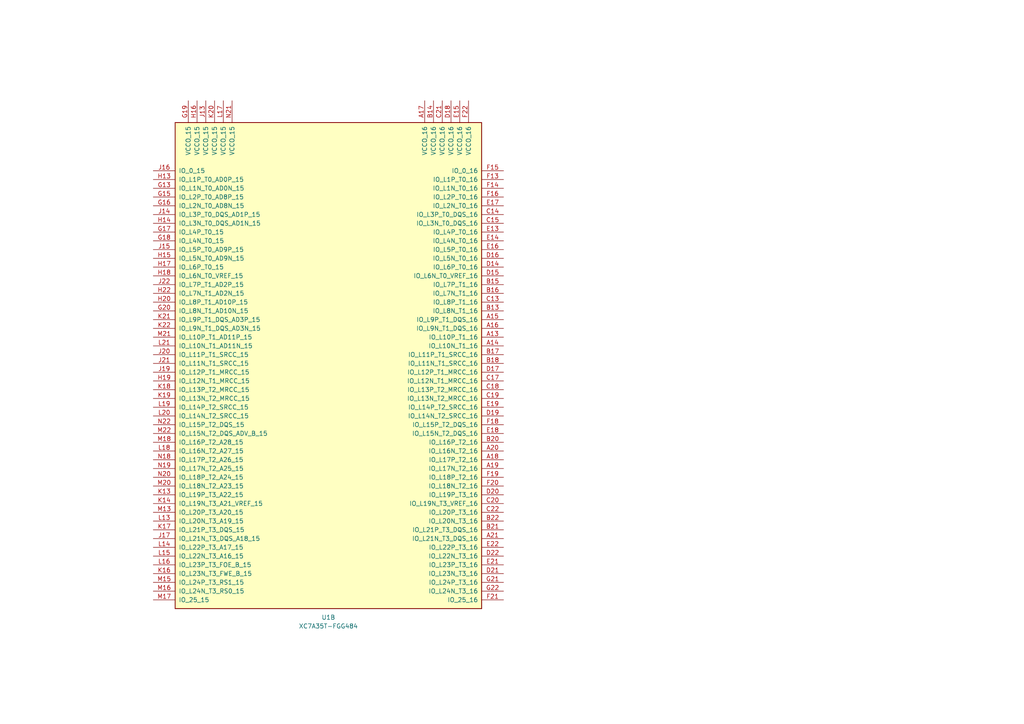
<source format=kicad_sch>
(kicad_sch (version 20250114) (generator "eeschema") (generator_version "9.0")
  (paper "A4")
  (lib_symbols
    (symbol "FPGA_Xilinx_Artix7:XC7A35T-FGG484" (pin_names (offset 1.016))
      (property "Reference" "U" (at 0 1.27 0))
      (property "Value" "XC7A35T-FGG484" (at 0 -1.27 0))
      (symbol "XC7A35T-FGG484_1_1"
        (rectangle (start -44.45 67.31) (end 44.45 -73.66) (stroke (width 0.254)) (fill (type background)))
        (pin power_in line (at -40.64 73.66 270) (length 6.35) (name "VCCO_13") (number "AA17"))
        (pin power_in line (at -38.1 73.66 270) (length 6.35) (name "VCCO_13") (number "AB14"))
        (pin power_in line (at -35.56 73.66 270) (length 6.35) (name "VCCO_13") (number "V16"))
        (pin power_in line (at -33.02 73.66 270) (length 6.35) (name "VCCO_13") (number "W13"))
        (pin power_in line (at -30.48 73.66 270) (length 6.35) (name "VCCO_13") (number "Y10"))
        (pin power_in line (at 27.94 73.66 270) (length 6.35) (name "VCCO_14") (number "M14"))
        (pin power_in line (at 30.48 73.66 270) (length 6.35) (name "VCCO_14") (number "P18"))
        (pin power_in line (at 33.02 73.66 270) (length 6.35) (name "VCCO_14") (number "R15"))
        (pin power_in line (at 35.56 73.66 270) (length 6.35) (name "VCCO_14") (number "T22"))
        (pin power_in line (at 38.1 73.66 270) (length 6.35) (name "VCCO_14") (number "U19"))
        (pin power_in line (at 40.64 73.66 270) (length 6.35) (name "VCCO_14") (number "Y20"))
        (pin bidirectional line (at 50.8 53.34 180) (length 6.35) (name "IO_0_14") (number "P20"))
        (pin bidirectional line (at 50.8 50.8 180) (length 6.35) (name "IO_L1P_T0_D00_MOSI_14") (number "P22"))
        (pin bidirectional line (at 50.8 48.26 180) (length 6.35) (name "IO_L1N_T0_D01_DIN_14") (number "R22"))
        (pin bidirectional line (at 50.8 45.72 180) (length 6.35) (name "IO_L2P_T0_D02_14") (number "P21"))
        (pin bidirectional line (at 50.8 43.18 180) (length 6.35) (name "IO_L2N_T0_D03_14") (number "R21"))
        (pin bidirectional line (at 50.8 40.64 180) (length 6.35) (name "IO_L3P_T0_DQS_PUDC_B_14") (number "U22"))
        (pin bidirectional line (at 50.8 38.1 180) (length 6.35) (name "IO_L3N_T0_DQS_EMCCLK_14") (number "V22"))
        (pin bidirectional line (at 50.8 35.56 180) (length 6.35) (name "IO_L4P_T0_D04_14") (number "T21"))
        (pin bidirectional line (at 50.8 33.02 180) (length 6.35) (name "IO_L4N_T0_D05_14") (number "U21"))
        (pin bidirectional line (at 50.8 30.48 180) (length 6.35) (name "IO_L5P_T0_D06_14") (number "P19"))
        (pin bidirectional line (at 50.8 27.94 180) (length 6.35) (name "IO_L5N_T0_D07_14") (number "R19"))
        (pin bidirectional line (at 50.8 25.4 180) (length 6.35) (name "IO_L6P_T0_FCS_B_14") (number "T19"))
        (pin bidirectional line (at 50.8 22.86 180) (length 6.35) (name "IO_L6N_T0_D08_VREF_14") (number "T20"))
        (pin bidirectional line (at 50.8 20.32 180) (length 6.35) (name "IO_L7P_T1_D09_14") (number "W21"))
        (pin bidirectional line (at 50.8 17.78 180) (length 6.35) (name "IO_L7N_T1_D10_14") (number "W22"))
        (pin bidirectional line (at 50.8 15.24 180) (length 6.35) (name "IO_L8P_T1_D11_14") (number "AA20"))
        (pin bidirectional line (at 50.8 12.7 180) (length 6.35) (name "IO_L8N_T1_D12_14") (number "AA21"))
        (pin bidirectional line (at 50.8 10.16 180) (length 6.35) (name "IO_L9P_T1_DQS_14") (number "Y21"))
        (pin bidirectional line (at 50.8 7.62 180) (length 6.35) (name "IO_L9N_T1_DQS_D13_14") (number "Y22"))
        (pin bidirectional line (at 50.8 5.08 180) (length 6.35) (name "IO_L10P_T1_D14_14") (number "AB21"))
        (pin bidirectional line (at 50.8 2.54 180) (length 6.35) (name "IO_L10N_T1_D15_14") (number "AB22"))
        (pin bidirectional line (at 50.8 0 180) (length 6.35) (name "IO_L11P_T1_SRCC_14") (number "U20"))
        (pin bidirectional line (at 50.8 -2.54 180) (length 6.35) (name "IO_L11N_T1_SRCC_14") (number "V20"))
        (pin bidirectional line (at 50.8 -5.08 180) (length 6.35) (name "IO_L12P_T1_MRCC_14") (number "W19"))
        (pin bidirectional line (at 50.8 -7.62 180) (length 6.35) (name "IO_L12N_T1_MRCC_14") (number "W20"))
        (pin bidirectional line (at 50.8 -10.16 180) (length 6.35) (name "IO_L13P_T2_MRCC_14") (number "Y18"))
        (pin bidirectional line (at 50.8 -12.7 180) (length 6.35) (name "IO_L13N_T2_MRCC_14") (number "Y19"))
        (pin bidirectional line (at 50.8 -15.24 180) (length 6.35) (name "IO_L14P_T2_SRCC_14") (number "V18"))
        (pin bidirectional line (at 50.8 -17.78 180) (length 6.35) (name "IO_L14N_T2_SRCC_14") (number "V19"))
        (pin bidirectional line (at 50.8 -20.32 180) (length 6.35) (name "IO_L15P_T2_DQS_RDWR_B_14") (number "AA19"))
        (pin bidirectional line (at 50.8 -22.86 180) (length 6.35) (name "IO_L15N_T2_DQS_DOUT_CSO_B_14") (number "AB20"))
        (pin bidirectional line (at 50.8 -25.4 180) (length 6.35) (name "IO_L16P_T2_CSI_B_14") (number "V17"))
        (pin bidirectional line (at 50.8 -27.94 180) (length 6.35) (name "IO_L16N_T2_A15_D31_14") (number "W17"))
        (pin bidirectional line (at 50.8 -30.48 180) (length 6.35) (name "IO_L17P_T2_A14_D30_14") (number "AA18"))
        (pin bidirectional line (at 50.8 -33.02 180) (length 6.35) (name "IO_L17N_T2_A13_D29_14") (number "AB18"))
        (pin bidirectional line (at 50.8 -35.56 180) (length 6.35) (name "IO_L18P_T2_A12_D28_14") (number "U17"))
        (pin bidirectional line (at 50.8 -38.1 180) (length 6.35) (name "IO_L18N_T2_A11_D27_14") (number "U18"))
        (pin bidirectional line (at 50.8 -40.64 180) (length 6.35) (name "IO_L19P_T3_A10_D26_14") (number "P14"))
        (pin bidirectional line (at 50.8 -43.18 180) (length 6.35) (name "IO_L19N_T3_A09_D25_VREF_14") (number "R14"))
        (pin bidirectional line (at 50.8 -45.72 180) (length 6.35) (name "IO_L20P_T3_A08_D24_14") (number "R18"))
        (pin bidirectional line (at 50.8 -48.26 180) (length 6.35) (name "IO_L20N_T3_A07_D23_14") (number "T18"))
        (pin bidirectional line (at 50.8 -50.8 180) (length 6.35) (name "IO_L21P_T3_DQS_14") (number "N17"))
        (pin bidirectional line (at 50.8 -53.34 180) (length 6.35) (name "IO_L21N_T3_DQS_A06_D22_14") (number "P17"))
        (pin bidirectional line (at 50.8 -55.88 180) (length 6.35) (name "IO_L22P_T3_A05_D21_14") (number "P15"))
        (pin bidirectional line (at 50.8 -58.42 180) (length 6.35) (name "IO_L22N_T3_A04_D20_14") (number "R16"))
        (pin bidirectional line (at 50.8 -60.96 180) (length 6.35) (name "IO_L23P_T3_A03_D19_14") (number "N13"))
        (pin bidirectional line (at 50.8 -63.5 180) (length 6.35) (name "IO_L23N_T3_A02_D18_14") (number "N14"))
        (pin bidirectional line (at 50.8 -66.04 180) (length 6.35) (name "IO_L24P_T3_A01_D17_14") (number "P16"))
        (pin bidirectional line (at 50.8 -68.58 180) (length 6.35) (name "IO_L24N_T3_A00_D16_14") (number "R17"))
        (pin bidirectional line (at 50.8 -71.12 180) (length 6.35) (name "IO_25_14") (number "N15"))
      )
      (symbol "XC7A35T-FGG484_2_1"
        (rectangle (start -44.45 67.31) (end 44.45 -73.66) (stroke (width 0.254)) (fill (type background)))
        (pin bidirectional line (at -50.8 53.34 0) (length 6.35) (name "IO_0_15") (number "J16"))
        (pin bidirectional line (at -50.8 50.8 0) (length 6.35) (name "IO_L1P_T0_AD0P_15") (number "H13"))
        (pin bidirectional line (at -50.8 48.26 0) (length 6.35) (name "IO_L1N_T0_AD0N_15") (number "G13"))
        (pin bidirectional line (at -50.8 45.72 0) (length 6.35) (name "IO_L2P_T0_AD8P_15") (number "G15"))
        (pin bidirectional line (at -50.8 43.18 0) (length 6.35) (name "IO_L2N_T0_AD8N_15") (number "G16"))
        (pin bidirectional line (at -50.8 40.64 0) (length 6.35) (name "IO_L3P_T0_DQS_AD1P_15") (number "J14"))
        (pin bidirectional line (at -50.8 38.1 0) (length 6.35) (name "IO_L3N_T0_DQS_AD1N_15") (number "H14"))
        (pin bidirectional line (at -50.8 35.56 0) (length 6.35) (name "IO_L4P_T0_15") (number "G17"))
        (pin bidirectional line (at -50.8 33.02 0) (length 6.35) (name "IO_L4N_T0_15") (number "G18"))
        (pin bidirectional line (at -50.8 30.48 0) (length 6.35) (name "IO_L5P_T0_AD9P_15") (number "J15"))
        (pin bidirectional line (at -50.8 27.94 0) (length 6.35) (name "IO_L5N_T0_AD9N_15") (number "H15"))
        (pin bidirectional line (at -50.8 25.4 0) (length 6.35) (name "IO_L6P_T0_15") (number "H17"))
        (pin bidirectional line (at -50.8 22.86 0) (length 6.35) (name "IO_L6N_T0_VREF_15") (number "H18"))
        (pin bidirectional line (at -50.8 20.32 0) (length 6.35) (name "IO_L7P_T1_AD2P_15") (number "J22"))
        (pin bidirectional line (at -50.8 17.78 0) (length 6.35) (name "IO_L7N_T1_AD2N_15") (number "H22"))
        (pin bidirectional line (at -50.8 15.24 0) (length 6.35) (name "IO_L8P_T1_AD10P_15") (number "H20"))
        (pin bidirectional line (at -50.8 12.7 0) (length 6.35) (name "IO_L8N_T1_AD10N_15") (number "G20"))
        (pin bidirectional line (at -50.8 10.16 0) (length 6.35) (name "IO_L9P_T1_DQS_AD3P_15") (number "K21"))
        (pin bidirectional line (at -50.8 7.62 0) (length 6.35) (name "IO_L9N_T1_DQS_AD3N_15") (number "K22"))
        (pin bidirectional line (at -50.8 5.08 0) (length 6.35) (name "IO_L10P_T1_AD11P_15") (number "M21"))
        (pin bidirectional line (at -50.8 2.54 0) (length 6.35) (name "IO_L10N_T1_AD11N_15") (number "L21"))
        (pin bidirectional line (at -50.8 0 0) (length 6.35) (name "IO_L11P_T1_SRCC_15") (number "J20"))
        (pin bidirectional line (at -50.8 -2.54 0) (length 6.35) (name "IO_L11N_T1_SRCC_15") (number "J21"))
        (pin bidirectional line (at -50.8 -5.08 0) (length 6.35) (name "IO_L12P_T1_MRCC_15") (number "J19"))
        (pin bidirectional line (at -50.8 -7.62 0) (length 6.35) (name "IO_L12N_T1_MRCC_15") (number "H19"))
        (pin bidirectional line (at -50.8 -10.16 0) (length 6.35) (name "IO_L13P_T2_MRCC_15") (number "K18"))
        (pin bidirectional line (at -50.8 -12.7 0) (length 6.35) (name "IO_L13N_T2_MRCC_15") (number "K19"))
        (pin bidirectional line (at -50.8 -15.24 0) (length 6.35) (name "IO_L14P_T2_SRCC_15") (number "L19"))
        (pin bidirectional line (at -50.8 -17.78 0) (length 6.35) (name "IO_L14N_T2_SRCC_15") (number "L20"))
        (pin bidirectional line (at -50.8 -20.32 0) (length 6.35) (name "IO_L15P_T2_DQS_15") (number "N22"))
        (pin bidirectional line (at -50.8 -22.86 0) (length 6.35) (name "IO_L15N_T2_DQS_ADV_B_15") (number "M22"))
        (pin bidirectional line (at -50.8 -25.4 0) (length 6.35) (name "IO_L16P_T2_A28_15") (number "M18"))
        (pin bidirectional line (at -50.8 -27.94 0) (length 6.35) (name "IO_L16N_T2_A27_15") (number "L18"))
        (pin bidirectional line (at -50.8 -30.48 0) (length 6.35) (name "IO_L17P_T2_A26_15") (number "N18"))
        (pin bidirectional line (at -50.8 -33.02 0) (length 6.35) (name "IO_L17N_T2_A25_15") (number "N19"))
        (pin bidirectional line (at -50.8 -35.56 0) (length 6.35) (name "IO_L18P_T2_A24_15") (number "N20"))
        (pin bidirectional line (at -50.8 -38.1 0) (length 6.35) (name "IO_L18N_T2_A23_15") (number "M20"))
        (pin bidirectional line (at -50.8 -40.64 0) (length 6.35) (name "IO_L19P_T3_A22_15") (number "K13"))
        (pin bidirectional line (at -50.8 -43.18 0) (length 6.35) (name "IO_L19N_T3_A21_VREF_15") (number "K14"))
        (pin bidirectional line (at -50.8 -45.72 0) (length 6.35) (name "IO_L20P_T3_A20_15") (number "M13"))
        (pin bidirectional line (at -50.8 -48.26 0) (length 6.35) (name "IO_L20N_T3_A19_15") (number "L13"))
        (pin bidirectional line (at -50.8 -50.8 0) (length 6.35) (name "IO_L21P_T3_DQS_15") (number "K17"))
        (pin bidirectional line (at -50.8 -53.34 0) (length 6.35) (name "IO_L21N_T3_DQS_A18_15") (number "J17"))
        (pin bidirectional line (at -50.8 -55.88 0) (length 6.35) (name "IO_L22P_T3_A17_15") (number "L14"))
        (pin bidirectional line (at -50.8 -58.42 0) (length 6.35) (name "IO_L22N_T3_A16_15") (number "L15"))
        (pin bidirectional line (at -50.8 -60.96 0) (length 6.35) (name "IO_L23P_T3_FOE_B_15") (number "L16"))
        (pin bidirectional line (at -50.8 -63.5 0) (length 6.35) (name "IO_L23N_T3_FWE_B_15") (number "K16"))
        (pin bidirectional line (at -50.8 -66.04 0) (length 6.35) (name "IO_L24P_T3_RS1_15") (number "M15"))
        (pin bidirectional line (at -50.8 -68.58 0) (length 6.35) (name "IO_L24N_T3_RS0_15") (number "M16"))
        (pin bidirectional line (at -50.8 -71.12 0) (length 6.35) (name "IO_25_15") (number "M17"))
        (pin power_in line (at -40.64 73.66 270) (length 6.35) (name "VCCO_15") (number "G19"))
        (pin power_in line (at -38.1 73.66 270) (length 6.35) (name "VCCO_15") (number "H16"))
        (pin power_in line (at -35.56 73.66 270) (length 6.35) (name "VCCO_15") (number "J13"))
        (pin power_in line (at -33.02 73.66 270) (length 6.35) (name "VCCO_15") (number "K20"))
        (pin power_in line (at -30.48 73.66 270) (length 6.35) (name "VCCO_15") (number "L17"))
        (pin power_in line (at -27.94 73.66 270) (length 6.35) (name "VCCO_15") (number "N21"))
        (pin power_in line (at 27.94 73.66 270) (length 6.35) (name "VCCO_16") (number "A17"))
        (pin power_in line (at 30.48 73.66 270) (length 6.35) (name "VCCO_16") (number "B14"))
        (pin power_in line (at 33.02 73.66 270) (length 6.35) (name "VCCO_16") (number "C21"))
        (pin power_in line (at 35.56 73.66 270) (length 6.35) (name "VCCO_16") (number "D18"))
        (pin power_in line (at 38.1 73.66 270) (length 6.35) (name "VCCO_16") (number "E15"))
        (pin power_in line (at 40.64 73.66 270) (length 6.35) (name "VCCO_16") (number "F22"))
        (pin bidirectional line (at 50.8 53.34 180) (length 6.35) (name "IO_0_16") (number "F15"))
        (pin bidirectional line (at 50.8 50.8 180) (length 6.35) (name "IO_L1P_T0_16") (number "F13"))
        (pin bidirectional line (at 50.8 48.26 180) (length 6.35) (name "IO_L1N_T0_16") (number "F14"))
        (pin bidirectional line (at 50.8 45.72 180) (length 6.35) (name "IO_L2P_T0_16") (number "F16"))
        (pin bidirectional line (at 50.8 43.18 180) (length 6.35) (name "IO_L2N_T0_16") (number "E17"))
        (pin bidirectional line (at 50.8 40.64 180) (length 6.35) (name "IO_L3P_T0_DQS_16") (number "C14"))
        (pin bidirectional line (at 50.8 38.1 180) (length 6.35) (name "IO_L3N_T0_DQS_16") (number "C15"))
        (pin bidirectional line (at 50.8 35.56 180) (length 6.35) (name "IO_L4P_T0_16") (number "E13"))
        (pin bidirectional line (at 50.8 33.02 180) (length 6.35) (name "IO_L4N_T0_16") (number "E14"))
        (pin bidirectional line (at 50.8 30.48 180) (length 6.35) (name "IO_L5P_T0_16") (number "E16"))
        (pin bidirectional line (at 50.8 27.94 180) (length 6.35) (name "IO_L5N_T0_16") (number "D16"))
        (pin bidirectional line (at 50.8 25.4 180) (length 6.35) (name "IO_L6P_T0_16") (number "D14"))
        (pin bidirectional line (at 50.8 22.86 180) (length 6.35) (name "IO_L6N_T0_VREF_16") (number "D15"))
        (pin bidirectional line (at 50.8 20.32 180) (length 6.35) (name "IO_L7P_T1_16") (number "B15"))
        (pin bidirectional line (at 50.8 17.78 180) (length 6.35) (name "IO_L7N_T1_16") (number "B16"))
        (pin bidirectional line (at 50.8 15.24 180) (length 6.35) (name "IO_L8P_T1_16") (number "C13"))
        (pin bidirectional line (at 50.8 12.7 180) (length 6.35) (name "IO_L8N_T1_16") (number "B13"))
        (pin bidirectional line (at 50.8 10.16 180) (length 6.35) (name "IO_L9P_T1_DQS_16") (number "A15"))
        (pin bidirectional line (at 50.8 7.62 180) (length 6.35) (name "IO_L9N_T1_DQS_16") (number "A16"))
        (pin bidirectional line (at 50.8 5.08 180) (length 6.35) (name "IO_L10P_T1_16") (number "A13"))
        (pin bidirectional line (at 50.8 2.54 180) (length 6.35) (name "IO_L10N_T1_16") (number "A14"))
        (pin bidirectional line (at 50.8 0 180) (length 6.35) (name "IO_L11P_T1_SRCC_16") (number "B17"))
        (pin bidirectional line (at 50.8 -2.54 180) (length 6.35) (name "IO_L11N_T1_SRCC_16") (number "B18"))
        (pin bidirectional line (at 50.8 -5.08 180) (length 6.35) (name "IO_L12P_T1_MRCC_16") (number "D17"))
        (pin bidirectional line (at 50.8 -7.62 180) (length 6.35) (name "IO_L12N_T1_MRCC_16") (number "C17"))
        (pin bidirectional line (at 50.8 -10.16 180) (length 6.35) (name "IO_L13P_T2_MRCC_16") (number "C18"))
        (pin bidirectional line (at 50.8 -12.7 180) (length 6.35) (name "IO_L13N_T2_MRCC_16") (number "C19"))
        (pin bidirectional line (at 50.8 -15.24 180) (length 6.35) (name "IO_L14P_T2_SRCC_16") (number "E19"))
        (pin bidirectional line (at 50.8 -17.78 180) (length 6.35) (name "IO_L14N_T2_SRCC_16") (number "D19"))
        (pin bidirectional line (at 50.8 -20.32 180) (length 6.35) (name "IO_L15P_T2_DQS_16") (number "F18"))
        (pin bidirectional line (at 50.8 -22.86 180) (length 6.35) (name "IO_L15N_T2_DQS_16") (number "E18"))
        (pin bidirectional line (at 50.8 -25.4 180) (length 6.35) (name "IO_L16P_T2_16") (number "B20"))
        (pin bidirectional line (at 50.8 -27.94 180) (length 6.35) (name "IO_L16N_T2_16") (number "A20"))
        (pin bidirectional line (at 50.8 -30.48 180) (length 6.35) (name "IO_L17P_T2_16") (number "A18"))
        (pin bidirectional line (at 50.8 -33.02 180) (length 6.35) (name "IO_L17N_T2_16") (number "A19"))
        (pin bidirectional line (at 50.8 -35.56 180) (length 6.35) (name "IO_L18P_T2_16") (number "F19"))
        (pin bidirectional line (at 50.8 -38.1 180) (length 6.35) (name "IO_L18N_T2_16") (number "F20"))
        (pin bidirectional line (at 50.8 -40.64 180) (length 6.35) (name "IO_L19P_T3_16") (number "D20"))
        (pin bidirectional line (at 50.8 -43.18 180) (length 6.35) (name "IO_L19N_T3_VREF_16") (number "C20"))
        (pin bidirectional line (at 50.8 -45.72 180) (length 6.35) (name "IO_L20P_T3_16") (number "C22"))
        (pin bidirectional line (at 50.8 -48.26 180) (length 6.35) (name "IO_L20N_T3_16") (number "B22"))
        (pin bidirectional line (at 50.8 -50.8 180) (length 6.35) (name "IO_L21P_T3_DQS_16") (number "B21"))
        (pin bidirectional line (at 50.8 -53.34 180) (length 6.35) (name "IO_L21N_T3_DQS_16") (number "A21"))
        (pin bidirectional line (at 50.8 -55.88 180) (length 6.35) (name "IO_L22P_T3_16") (number "E22"))
        (pin bidirectional line (at 50.8 -58.42 180) (length 6.35) (name "IO_L22N_T3_16") (number "D22"))
        (pin bidirectional line (at 50.8 -60.96 180) (length 6.35) (name "IO_L23P_T3_16") (number "E21"))
        (pin bidirectional line (at 50.8 -63.5 180) (length 6.35) (name "IO_L23N_T3_16") (number "D21"))
        (pin bidirectional line (at 50.8 -66.04 180) (length 6.35) (name "IO_L24P_T3_16") (number "G21"))
        (pin bidirectional line (at 50.8 -68.58 180) (length 6.35) (name "IO_L24N_T3_16") (number "G22"))
        (pin bidirectional line (at 50.8 -71.12 180) (length 6.35) (name "IO_25_16") (number "F21"))
      )
      (symbol "XC7A35T-FGG484_3_1"
        (rectangle (start -44.45 67.31) (end 44.45 -73.66) (stroke (width 0.254)) (fill (type background)))
        (pin bidirectional line (at -50.8 53.34 0) (length 6.35) (name "IO_0_34") (number "T3"))
        (pin bidirectional line (at -50.8 50.8 0) (length 6.35) (name "IO_L1P_T0_34") (number "T1"))
        (pin bidirectional line (at -50.8 48.26 0) (length 6.35) (name "IO_L1N_T0_34") (number "U1"))
        (pin bidirectional line (at -50.8 45.72 0) (length 6.35) (name "IO_L2P_T0_34") (number "U2"))
        (pin bidirectional line (at -50.8 43.18 0) (length 6.35) (name "IO_L2N_T0_34") (number "V2"))
        (pin bidirectional line (at -50.8 40.64 0) (length 6.35) (name "IO_L3P_T0_DQS_34") (number "R3"))
        (pin bidirectional line (at -50.8 38.1 0) (length 6.35) (name "IO_L3N_T0_DQS_34") (number "R2"))
        (pin bidirectional line (at -50.8 35.56 0) (length 6.35) (name "IO_L4P_T0_34") (number "W2"))
        (pin bidirectional line (at -50.8 33.02 0) (length 6.35) (name "IO_L4N_T0_34") (number "Y2"))
        (pin bidirectional line (at -50.8 30.48 0) (length 6.35) (name "IO_L5P_T0_34") (number "W1"))
        (pin bidirectional line (at -50.8 27.94 0) (length 6.35) (name "IO_L5N_T0_34") (number "Y1"))
        (pin bidirectional line (at -50.8 25.4 0) (length 6.35) (name "IO_L6P_T0_34") (number "U3"))
        (pin bidirectional line (at -50.8 22.86 0) (length 6.35) (name "IO_L6N_T0_VREF_34") (number "V3"))
        (pin bidirectional line (at -50.8 20.32 0) (length 6.35) (name "IO_L7P_T1_34") (number "AA1"))
        (pin bidirectional line (at -50.8 17.78 0) (length 6.35) (name "IO_L7N_T1_34") (number "AB1"))
        (pin bidirectional line (at -50.8 15.24 0) (length 6.35) (name "IO_L8P_T1_34") (number "AB3"))
        (pin bidirectional line (at -50.8 12.7 0) (length 6.35) (name "IO_L8N_T1_34") (number "AB2"))
        (pin bidirectional line (at -50.8 10.16 0) (length 6.35) (name "IO_L9P_T1_DQS_34") (number "Y3"))
        (pin bidirectional line (at -50.8 7.62 0) (length 6.35) (name "IO_L9N_T1_DQS_34") (number "AA3"))
        (pin bidirectional line (at -50.8 5.08 0) (length 6.35) (name "IO_L10P_T1_34") (number "AA5"))
        (pin bidirectional line (at -50.8 2.54 0) (length 6.35) (name "IO_L10N_T1_34") (number "AB5"))
        (pin bidirectional line (at -50.8 0 0) (length 6.35) (name "IO_L11P_T1_SRCC_34") (number "Y4"))
        (pin bidirectional line (at -50.8 -2.54 0) (length 6.35) (name "IO_L11N_T1_SRCC_34") (number "AA4"))
        (pin bidirectional line (at -50.8 -5.08 0) (length 6.35) (name "IO_L12P_T1_MRCC_34") (number "V4"))
        (pin bidirectional line (at -50.8 -7.62 0) (length 6.35) (name "IO_L12N_T1_MRCC_34") (number "W4"))
        (pin bidirectional line (at -50.8 -10.16 0) (length 6.35) (name "IO_L13P_T2_MRCC_34") (number "R4"))
        (pin bidirectional line (at -50.8 -12.7 0) (length 6.35) (name "IO_L13N_T2_MRCC_34") (number "T4"))
        (pin bidirectional line (at -50.8 -15.24 0) (length 6.35) (name "IO_L14P_T2_SRCC_34") (number "T5"))
        (pin bidirectional line (at -50.8 -17.78 0) (length 6.35) (name "IO_L14N_T2_SRCC_34") (number "U5"))
        (pin bidirectional line (at -50.8 -20.32 0) (length 6.35) (name "IO_L15P_T2_DQS_34") (number "W6"))
        (pin bidirectional line (at -50.8 -22.86 0) (length 6.35) (name "IO_L15N_T2_DQS_34") (number "W5"))
        (pin bidirectional line (at -50.8 -25.4 0) (length 6.35) (name "IO_L16P_T2_34") (number "U6"))
        (pin bidirectional line (at -50.8 -27.94 0) (length 6.35) (name "IO_L16N_T2_34") (number "V5"))
        (pin bidirectional line (at -50.8 -30.48 0) (length 6.35) (name "IO_L17P_T2_34") (number "R6"))
        (pin bidirectional line (at -50.8 -33.02 0) (length 6.35) (name "IO_L17N_T2_34") (number "T6"))
        (pin bidirectional line (at -50.8 -35.56 0) (length 6.35) (name "IO_L18P_T2_34") (number "Y6"))
        (pin bidirectional line (at -50.8 -38.1 0) (length 6.35) (name "IO_L18N_T2_34") (number "AA6"))
        (pin bidirectional line (at -50.8 -40.64 0) (length 6.35) (name "IO_L19P_T3_34") (number "V7"))
        (pin bidirectional line (at -50.8 -43.18 0) (length 6.35) (name "IO_L19N_T3_VREF_34") (number "W7"))
        (pin bidirectional line (at -50.8 -45.72 0) (length 6.35) (name "IO_L20P_T3_34") (number "AB7"))
        (pin bidirectional line (at -50.8 -48.26 0) (length 6.35) (name "IO_L20N_T3_34") (number "AB6"))
        (pin bidirectional line (at -50.8 -50.8 0) (length 6.35) (name "IO_L21P_T3_DQS_34") (number "V9"))
        (pin bidirectional line (at -50.8 -53.34 0) (length 6.35) (name "IO_L21N_T3_DQS_34") (number "V8"))
        (pin bidirectional line (at -50.8 -55.88 0) (length 6.35) (name "IO_L22P_T3_34") (number "AA8"))
        (pin bidirectional line (at -50.8 -58.42 0) (length 6.35) (name "IO_L22N_T3_34") (number "AB8"))
        (pin bidirectional line (at -50.8 -60.96 0) (length 6.35) (name "IO_L23P_T3_34") (number "Y8"))
        (pin bidirectional line (at -50.8 -63.5 0) (length 6.35) (name "IO_L23N_T3_34") (number "Y7"))
        (pin bidirectional line (at -50.8 -66.04 0) (length 6.35) (name "IO_L24P_T3_34") (number "W9"))
        (pin bidirectional line (at -50.8 -68.58 0) (length 6.35) (name "IO_L24N_T3_34") (number "Y9"))
        (pin bidirectional line (at -50.8 -71.12 0) (length 6.35) (name "IO_25_34") (number "U7"))
        (pin power_in line (at -40.64 73.66 270) (length 6.35) (name "VCCO_34") (number "AA7"))
        (pin power_in line (at -38.1 73.66 270) (length 6.35) (name "VCCO_34") (number "AB4"))
        (pin power_in line (at -35.56 73.66 270) (length 6.35) (name "VCCO_34") (number "R5"))
        (pin power_in line (at -33.02 73.66 270) (length 6.35) (name "VCCO_34") (number "T2"))
        (pin power_in line (at -30.48 73.66 270) (length 6.35) (name "VCCO_34") (number "V6"))
        (pin power_in line (at -27.94 73.66 270) (length 6.35) (name "VCCO_34") (number "W3"))
        (pin power_in line (at 27.94 73.66 270) (length 6.35) (name "VCCO_35") (number "C1"))
        (pin power_in line (at 30.48 73.66 270) (length 6.35) (name "VCCO_35") (number "F2"))
        (pin power_in line (at 33.02 73.66 270) (length 6.35) (name "VCCO_35") (number "H6"))
        (pin power_in line (at 35.56 73.66 270) (length 6.35) (name "VCCO_35") (number "J3"))
        (pin power_in line (at 38.1 73.66 270) (length 6.35) (name "VCCO_35") (number "M4"))
        (pin power_in line (at 40.64 73.66 270) (length 6.35) (name "VCCO_35") (number "N1"))
        (pin bidirectional line (at 50.8 53.34 180) (length 6.35) (name "IO_0_35") (number "F4"))
        (pin bidirectional line (at 50.8 50.8 180) (length 6.35) (name "IO_L1P_T0_AD4P_35") (number "B1"))
        (pin bidirectional line (at 50.8 48.26 180) (length 6.35) (name "IO_L1N_T0_AD4N_35") (number "A1"))
        (pin bidirectional line (at 50.8 45.72 180) (length 6.35) (name "IO_L2P_T0_AD12P_35") (number "C2"))
        (pin bidirectional line (at 50.8 43.18 180) (length 6.35) (name "IO_L2N_T0_AD12N_35") (number "B2"))
        (pin bidirectional line (at 50.8 40.64 180) (length 6.35) (name "IO_L3P_T0_DQS_AD5P_35") (number "E1"))
        (pin bidirectional line (at 50.8 38.1 180) (length 6.35) (name "IO_L3N_T0_DQS_AD5N_35") (number "D1"))
        (pin bidirectional line (at 50.8 35.56 180) (length 6.35) (name "IO_L4P_T0_35") (number "E2"))
        (pin bidirectional line (at 50.8 33.02 180) (length 6.35) (name "IO_L4N_T0_35") (number "D2"))
        (pin bidirectional line (at 50.8 30.48 180) (length 6.35) (name "IO_L5P_T0_AD13P_35") (number "G1"))
        (pin bidirectional line (at 50.8 27.94 180) (length 6.35) (name "IO_L5N_T0_AD13N_35") (number "F1"))
        (pin bidirectional line (at 50.8 25.4 180) (length 6.35) (name "IO_L6P_T0_35") (number "F3"))
        (pin bidirectional line (at 50.8 22.86 180) (length 6.35) (name "IO_L6N_T0_VREF_35") (number "E3"))
        (pin bidirectional line (at 50.8 20.32 180) (length 6.35) (name "IO_L7P_T1_AD6P_35") (number "K1"))
        (pin bidirectional line (at 50.8 17.78 180) (length 6.35) (name "IO_L7N_T1_AD6N_35") (number "J1"))
        (pin bidirectional line (at 50.8 15.24 180) (length 6.35) (name "IO_L8P_T1_AD14P_35") (number "H2"))
        (pin bidirectional line (at 50.8 12.7 180) (length 6.35) (name "IO_L8N_T1_AD14N_35") (number "G2"))
        (pin bidirectional line (at 50.8 10.16 180) (length 6.35) (name "IO_L9P_T1_DQS_AD7P_35") (number "K2"))
        (pin bidirectional line (at 50.8 7.62 180) (length 6.35) (name "IO_L9N_T1_DQS_AD7N_35") (number "J2"))
        (pin bidirectional line (at 50.8 5.08 180) (length 6.35) (name "IO_L10P_T1_AD15P_35") (number "J5"))
        (pin bidirectional line (at 50.8 2.54 180) (length 6.35) (name "IO_L10N_T1_AD15N_35") (number "H5"))
        (pin bidirectional line (at 50.8 0 180) (length 6.35) (name "IO_L11P_T1_SRCC_35") (number "H3"))
        (pin bidirectional line (at 50.8 -2.54 180) (length 6.35) (name "IO_L11N_T1_SRCC_35") (number "G3"))
        (pin bidirectional line (at 50.8 -5.08 180) (length 6.35) (name "IO_L12P_T1_MRCC_35") (number "H4"))
        (pin bidirectional line (at 50.8 -7.62 180) (length 6.35) (name "IO_L12N_T1_MRCC_35") (number "G4"))
        (pin bidirectional line (at 50.8 -10.16 180) (length 6.35) (name "IO_L13P_T2_MRCC_35") (number "K4"))
        (pin bidirectional line (at 50.8 -12.7 180) (length 6.35) (name "IO_L13N_T2_MRCC_35") (number "J4"))
        (pin bidirectional line (at 50.8 -15.24 180) (length 6.35) (name "IO_L14P_T2_SRCC_35") (number "L3"))
        (pin bidirectional line (at 50.8 -17.78 180) (length 6.35) (name "IO_L14N_T2_SRCC_35") (number "K3"))
        (pin bidirectional line (at 50.8 -20.32 180) (length 6.35) (name "IO_L15P_T2_DQS_35") (number "M1"))
        (pin bidirectional line (at 50.8 -22.86 180) (length 6.35) (name "IO_L15N_T2_DQS_35") (number "L1"))
        (pin bidirectional line (at 50.8 -25.4 180) (length 6.35) (name "IO_L16P_T2_35") (number "M3"))
        (pin bidirectional line (at 50.8 -27.94 180) (length 6.35) (name "IO_L16N_T2_35") (number "M2"))
        (pin bidirectional line (at 50.8 -30.48 180) (length 6.35) (name "IO_L17P_T2_35") (number "K6"))
        (pin bidirectional line (at 50.8 -33.02 180) (length 6.35) (name "IO_L17N_T2_35") (number "J6"))
        (pin bidirectional line (at 50.8 -35.56 180) (length 6.35) (name "IO_L18P_T2_35") (number "L5"))
        (pin bidirectional line (at 50.8 -38.1 180) (length 6.35) (name "IO_L18N_T2_35") (number "L4"))
        (pin bidirectional line (at 50.8 -40.64 180) (length 6.35) (name "IO_L19P_T3_35") (number "N4"))
        (pin bidirectional line (at 50.8 -43.18 180) (length 6.35) (name "IO_L19N_T3_VREF_35") (number "N3"))
        (pin bidirectional line (at 50.8 -45.72 180) (length 6.35) (name "IO_L20P_T3_35") (number "R1"))
        (pin bidirectional line (at 50.8 -48.26 180) (length 6.35) (name "IO_L20N_T3_35") (number "P1"))
        (pin bidirectional line (at 50.8 -50.8 180) (length 6.35) (name "IO_L21P_T3_DQS_35") (number "P5"))
        (pin bidirectional line (at 50.8 -53.34 180) (length 6.35) (name "IO_L21N_T3_DQS_35") (number "P4"))
        (pin bidirectional line (at 50.8 -55.88 180) (length 6.35) (name "IO_L22P_T3_35") (number "P2"))
        (pin bidirectional line (at 50.8 -58.42 180) (length 6.35) (name "IO_L22N_T3_35") (number "N2"))
        (pin bidirectional line (at 50.8 -60.96 180) (length 6.35) (name "IO_L23P_T3_35") (number "M6"))
        (pin bidirectional line (at 50.8 -63.5 180) (length 6.35) (name "IO_L23N_T3_35") (number "M5"))
        (pin bidirectional line (at 50.8 -66.04 180) (length 6.35) (name "IO_L24P_T3_35") (number "P6"))
        (pin bidirectional line (at 50.8 -68.58 180) (length 6.35) (name "IO_L24N_T3_35") (number "N5"))
        (pin bidirectional line (at 50.8 -71.12 180) (length 6.35) (name "IO_25_35") (number "L6"))
      )
      (symbol "XC7A35T-FGG484_4_1"
        (rectangle (start -31.75 30.48) (end 31.75 -30.48) (stroke (width 0.254)) (fill (type background)))
        (pin bidirectional line (at -38.1 27.94 0) (length 6.35) (name "MGTPTXP0_216") (number "B4"))
        (pin bidirectional line (at -38.1 25.4 0) (length 6.35) (name "MGTPTXN0_216") (number "A4"))
        (pin bidirectional line (at -38.1 22.86 0) (length 6.35) (name "MGTPTXP1_216") (number "D5"))
        (pin bidirectional line (at -38.1 20.32 0) (length 6.35) (name "MGTPTXN1_216") (number "C5"))
        (pin bidirectional line (at -38.1 17.78 0) (length 6.35) (name "MGTPTXP2_216") (number "B6"))
        (pin bidirectional line (at -38.1 15.24 0) (length 6.35) (name "MGTPTXN2_216") (number "A6"))
        (pin bidirectional line (at -38.1 12.7 0) (length 6.35) (name "MGTPTXP3_216") (number "D7"))
        (pin bidirectional line (at -38.1 10.16 0) (length 6.35) (name "MGTPTXN3_216") (number "C7"))
        (pin bidirectional line (at -38.1 5.08 0) (length 6.35) (name "MGTPRXP0_216") (number "B8"))
        (pin bidirectional line (at -38.1 2.54 0) (length 6.35) (name "MGTPRXN0_216") (number "A8"))
        (pin bidirectional line (at -38.1 0 0) (length 6.35) (name "MGTPRXP1_216") (number "D11"))
        (pin bidirectional line (at -38.1 -2.54 0) (length 6.35) (name "MGTPRXN1_216") (number "C11"))
        (pin bidirectional line (at -38.1 -5.08 0) (length 6.35) (name "MGTPRXP2_216") (number "B10"))
        (pin bidirectional line (at -38.1 -7.62 0) (length 6.35) (name "MGTPRXN2_216") (number "A10"))
        (pin bidirectional line (at -38.1 -10.16 0) (length 6.35) (name "MGTPRXP3_216") (number "D9"))
        (pin bidirectional line (at -38.1 -12.7 0) (length 6.35) (name "MGTPRXN3_216") (number "C9"))
        (pin bidirectional line (at -38.1 -17.78 0) (length 6.35) (name "MGTREFCLK0P_216") (number "F6"))
        (pin bidirectional line (at -38.1 -20.32 0) (length 6.35) (name "MGTREFCLK0N_216") (number "E6"))
        (pin bidirectional line (at -38.1 -22.86 0) (length 6.35) (name "MGTREFCLK1P_216") (number "F10"))
        (pin bidirectional line (at -38.1 -25.4 0) (length 6.35) (name "MGTREFCLK1N_216") (number "E10"))
      )
      (symbol "XC7A35T-FGG484_5_1"
        (rectangle (start -31.75 12.7) (end 31.75 -12.7) (stroke (width 0.254)) (fill (type background)))
        (pin power_in line (at -38.1 10.16 0) (length 6.35) (name "MGTAVCC") (number "D6"))
        (pin power_in line (at -38.1 7.62 0) (length 6.35) (name "MGTAVCC") (number "D10"))
        (pin power_in line (at -38.1 5.08 0) (length 6.35) (name "MGTAVCC") (number "F7"))
        (pin power_in line (at -38.1 2.54 0) (length 6.35) (name "MGTAVCC") (number "F9"))
        (pin power_in line (at -38.1 0 0) (length 6.35) (name "MGTAVCC") (number "E8"))
        (pin power_in line (at 38.1 10.16 180) (length 6.35) (name "MGTAVTT") (number "B5"))
        (pin power_in line (at 38.1 7.62 180) (length 6.35) (name "MGTAVTT") (number "B7"))
        (pin power_in line (at 38.1 5.08 180) (length 6.35) (name "MGTAVTT") (number "B9"))
        (pin power_in line (at 38.1 2.54 180) (length 6.35) (name "MGTAVTT") (number "B11"))
        (pin power_in line (at 38.1 0 180) (length 6.35) (name "MGTAVTT") (number "C4"))
        (pin power_in line (at 38.1 -2.54 180) (length 6.35) (name "MGTAVTT") (number "C8"))
        (pin power_in line (at 38.1 -7.62 180) (length 6.35) (name "MGTRREF_216") (number "F8"))
      )
      (symbol "XC7A35T-FGG484_6_1"
        (rectangle (start -31.75 34.29) (end 31.75 -40.64) (stroke (width 0.254)) (fill (type background)))
        (pin power_in line (at 25.4 40.64 270) (length 6.35) (name "VCCO_0") (number "F12"))
        (pin power_in line (at 27.94 40.64 270) (length 6.35) (name "VCCO_0") (number "T12"))
        (pin bidirectional line (at 38.1 20.32 180) (length 6.35) (name "TDI_0") (number "R13"))
        (pin bidirectional line (at 38.1 17.78 180) (length 6.35) (name "TDO_0") (number "U13"))
        (pin bidirectional line (at 38.1 15.24 180) (length 6.35) (name "TMS_0") (number "T13"))
        (pin bidirectional line (at 38.1 12.7 180) (length 6.35) (name "TCK_0") (number "V12"))
        (pin bidirectional line (at 38.1 7.62 180) (length 6.35) (name "CCLK_0") (number "L12"))
        (pin bidirectional line (at 38.1 5.08 180) (length 6.35) (name "M0_0") (number "U11"))
        (pin bidirectional line (at 38.1 2.54 180) (length 6.35) (name "M1_0") (number "U10"))
        (pin bidirectional line (at 38.1 0 180) (length 6.35) (name "M2_0") (number "U9"))
        (pin bidirectional line (at 38.1 -5.08 180) (length 6.35) (name "DONE_0") (number "G11"))
        (pin bidirectional line (at 38.1 -7.62 180) (length 6.35) (name "INIT_B_0") (number "U12"))
        (pin bidirectional line (at 38.1 -10.16 180) (length 6.35) (name "PROGRAM_B_0") (number "N12"))
        (pin bidirectional line (at 38.1 -15.24 180) (length 6.35) (name "CFGBVS_0") (number "U8"))
        (pin bidirectional line (at 38.1 -20.32 180) (length 6.35) (name "VP_0") (number "L10"))
        (pin bidirectional line (at 38.1 -22.86 180) (length 6.35) (name "VN_0") (number "M9"))
        (pin bidirectional line (at 38.1 -27.94 180) (length 6.35) (name "VREFP_0") (number "M10"))
        (pin bidirectional line (at 38.1 -30.48 180) (length 6.35) (name "VREFN_0") (number "L9"))
        (pin bidirectional line (at 38.1 -35.56 180) (length 6.35) (name "DXP_0") (number "N10"))
        (pin bidirectional line (at 38.1 -38.1 180) (length 6.35) (name "DXN_0") (number "N9"))
      )
      (symbol "XC7A35T-FGG484_7_1"
        (rectangle (start -19.05 76.2) (end 19.05 -76.2) (stroke (width 0.254)) (fill (type background)))
        (pin power_in line (at -25.4 73.66 0) (length 6.35) (name "VCCAUX") (number "H12"))
        (pin power_in line (at -25.4 71.12 0) (length 6.35) (name "VCCAUX") (number "K12"))
        (pin power_in line (at -25.4 68.58 0) (length 6.35) (name "VCCAUX") (number "M12"))
        (pin power_in line (at -25.4 66.04 0) (length 6.35) (name "VCCAUX") (number "P12"))
        (pin power_in line (at -25.4 63.5 0) (length 6.35) (name "VCCAUX") (number "R11"))
        (pin power_in line (at -25.4 58.42 0) (length 6.35) (name "GNDADC_0") (number "K9"))
        (pin power_in line (at -25.4 55.88 0) (length 6.35) (name "VCCADC_0") (number "K10"))
        (pin power_in line (at -25.4 53.34 0) (length 6.35) (name "VCCBATT_0") (number "E12"))
        (pin power_in line (at -25.4 50.8 0) (length 6.35) (name "VCCBRAM") (number "J11"))
        (pin power_in line (at -25.4 48.26 0) (length 6.35) (name "VCCBRAM") (number "L11"))
        (pin power_in line (at -25.4 45.72 0) (length 6.35) (name "VCCBRAM") (number "N11"))
        (pin power_in line (at -25.4 35.56 0) (length 6.35) (name "GND") (number "A2"))
        (pin power_in line (at -25.4 33.02 0) (length 6.35) (name "GND") (number "A3"))
        (pin power_in line (at -25.4 30.48 0) (length 6.35) (name "GND") (number "A5"))
        (pin power_in line (at -25.4 27.94 0) (length 6.35) (name "GND") (number "A7"))
        (pin power_in line (at -25.4 25.4 0) (length 6.35) (name "GND") (number "A9"))
        (pin power_in line (at -25.4 22.86 0) (length 6.35) (name "GND") (number "A11"))
        (pin power_in line (at -25.4 20.32 0) (length 6.35) (name "GND") (number "A12"))
        (pin power_in line (at -25.4 17.78 0) (length 6.35) (name "GND") (number "A22"))
        (pin power_in line (at -25.4 15.24 0) (length 6.35) (name "GND") (number "B3"))
        (pin power_in line (at -25.4 12.7 0) (length 6.35) (name "GND") (number "B12"))
        (pin power_in line (at -25.4 10.16 0) (length 6.35) (name "GND") (number "B19"))
        (pin power_in line (at -25.4 7.62 0) (length 6.35) (name "GND") (number "C3"))
        (pin power_in line (at -25.4 5.08 0) (length 6.35) (name "GND") (number "C6"))
        (pin power_in line (at -25.4 2.54 0) (length 6.35) (name "GND") (number "C10"))
        (pin power_in line (at -25.4 0 0) (length 6.35) (name "GND") (number "C12"))
        (pin power_in line (at -25.4 -2.54 0) (length 6.35) (name "GND") (number "C16"))
        (pin power_in line (at -25.4 -5.08 0) (length 6.35) (name "GND") (number "D3"))
        (pin power_in line (at -25.4 -7.62 0) (length 6.35) (name "GND") (number "D4"))
        (pin power_in line (at -25.4 -10.16 0) (length 6.35) (name "GND") (number "D8"))
        (pin power_in line (at -25.4 -12.7 0) (length 6.35) (name "GND") (number "D12"))
        (pin power_in line (at -25.4 -15.24 0) (length 6.35) (name "GND") (number "D13"))
        (pin power_in line (at -25.4 -17.78 0) (length 6.35) (name "GND") (number "E4"))
        (pin power_in line (at -25.4 -20.32 0) (length 6.35) (name "GND") (number "E5"))
        (pin power_in line (at -25.4 -22.86 0) (length 6.35) (name "GND") (number "E7"))
        (pin power_in line (at -25.4 -25.4 0) (length 6.35) (name "GND") (number "E9"))
        (pin power_in line (at -25.4 -27.94 0) (length 6.35) (name "GND") (number "E11"))
        (pin power_in line (at -25.4 -30.48 0) (length 6.35) (name "GND") (number "E20"))
        (pin power_in line (at -25.4 -33.02 0) (length 6.35) (name "GND") (number "F5"))
        (pin power_in line (at -25.4 -35.56 0) (length 6.35) (name "GND") (number "F11"))
        (pin power_in line (at -25.4 -38.1 0) (length 6.35) (name "GND") (number "F17"))
        (pin power_in line (at -25.4 -40.64 0) (length 6.35) (name "GND") (number "G5"))
        (pin power_in line (at -25.4 -43.18 0) (length 6.35) (name "GND") (number "G6"))
        (pin power_in line (at -25.4 -45.72 0) (length 6.35) (name "GND") (number "G7"))
        (pin power_in line (at -25.4 -48.26 0) (length 6.35) (name "GND") (number "G8"))
        (pin power_in line (at -25.4 -50.8 0) (length 6.35) (name "GND") (number "G9"))
        (pin power_in line (at -25.4 -53.34 0) (length 6.35) (name "GND") (number "G10"))
        (pin power_in line (at -25.4 -55.88 0) (length 6.35) (name "GND") (number "G12"))
        (pin power_in line (at -25.4 -58.42 0) (length 6.35) (name "GND") (number "G14"))
        (pin power_in line (at -25.4 -60.96 0) (length 6.35) (name "GND") (number "H1"))
        (pin power_in line (at -25.4 -63.5 0) (length 6.35) (name "GND") (number "H7"))
        (pin power_in line (at -25.4 -66.04 0) (length 6.35) (name "GND") (number "H9"))
        (pin power_in line (at -25.4 -68.58 0) (length 6.35) (name "GND") (number "H11"))
        (pin power_in line (at -25.4 -71.12 0) (length 6.35) (name "GND") (number "H21"))
        (pin power_in line (at -25.4 -73.66 0) (length 6.35) (name "GND") (number "J8"))
        (pin power_in line (at 25.4 73.66 180) (length 6.35) (name "VCCINT") (number "H8"))
        (pin power_in line (at 25.4 71.12 180) (length 6.35) (name "VCCINT") (number "H10"))
        (pin power_in line (at 25.4 68.58 180) (length 6.35) (name "VCCINT") (number "J7"))
        (pin power_in line (at 25.4 66.04 180) (length 6.35) (name "VCCINT") (number "J9"))
        (pin power_in line (at 25.4 63.5 180) (length 6.35) (name "VCCINT") (number "K8"))
        (pin power_in line (at 25.4 60.96 180) (length 6.35) (name "VCCINT") (number "L7"))
        (pin power_in line (at 25.4 58.42 180) (length 6.35) (name "VCCINT") (number "M8"))
        (pin power_in line (at 25.4 55.88 180) (length 6.35) (name "VCCINT") (number "N7"))
        (pin power_in line (at 25.4 53.34 180) (length 6.35) (name "VCCINT") (number "P8"))
        (pin power_in line (at 25.4 50.8 180) (length 6.35) (name "VCCINT") (number "P10"))
        (pin power_in line (at 25.4 48.26 180) (length 6.35) (name "VCCINT") (number "R7"))
        (pin power_in line (at 25.4 45.72 180) (length 6.35) (name "VCCINT") (number "R9"))
        (pin power_in line (at 25.4 43.18 180) (length 6.35) (name "VCCINT") (number "T8"))
        (pin power_in line (at 25.4 40.64 180) (length 6.35) (name "VCCINT") (number "T10"))
        (pin power_in line (at 25.4 33.02 180) (length 6.35) (name "GND") (number "J10"))
        (pin power_in line (at 25.4 30.48 180) (length 6.35) (name "GND") (number "J12"))
        (pin power_in line (at 25.4 27.94 180) (length 6.35) (name "GND") (number "J18"))
        (pin power_in line (at 25.4 25.4 180) (length 6.35) (name "GND") (number "K5"))
        (pin power_in line (at 25.4 22.86 180) (length 6.35) (name "GND") (number "K7"))
        (pin power_in line (at 25.4 20.32 180) (length 6.35) (name "GND") (number "K11"))
        (pin power_in line (at 25.4 17.78 180) (length 6.35) (name "GND") (number "K15"))
        (pin power_in line (at 25.4 15.24 180) (length 6.35) (name "GND") (number "L2"))
        (pin power_in line (at 25.4 12.7 180) (length 6.35) (name "GND") (number "L8"))
        (pin power_in line (at 25.4 10.16 180) (length 6.35) (name "GND") (number "L22"))
        (pin power_in line (at 25.4 7.62 180) (length 6.35) (name "GND") (number "M7"))
        (pin power_in line (at 25.4 5.08 180) (length 6.35) (name "GND") (number "M11"))
        (pin power_in line (at 25.4 2.54 180) (length 6.35) (name "GND") (number "M19"))
        (pin power_in line (at 25.4 0 180) (length 6.35) (name "GND") (number "N6"))
        (pin power_in line (at 25.4 -2.54 180) (length 6.35) (name "GND") (number "N8"))
        (pin power_in line (at 25.4 -5.08 180) (length 6.35) (name "GND") (number "N16"))
        (pin power_in line (at 25.4 -7.62 180) (length 6.35) (name "GND") (number "P3"))
        (pin power_in line (at 25.4 -10.16 180) (length 6.35) (name "GND") (number "P7"))
        (pin power_in line (at 25.4 -12.7 180) (length 6.35) (name "GND") (number "P9"))
        (pin power_in line (at 25.4 -15.24 180) (length 6.35) (name "GND") (number "P11"))
        (pin power_in line (at 25.4 -17.78 180) (length 6.35) (name "GND") (number "P13"))
        (pin power_in line (at 25.4 -20.32 180) (length 6.35) (name "GND") (number "R8"))
        (pin power_in line (at 25.4 -22.86 180) (length 6.35) (name "GND") (number "R10"))
        (pin power_in line (at 25.4 -25.4 180) (length 6.35) (name "GND") (number "R12"))
        (pin power_in line (at 25.4 -27.94 180) (length 6.35) (name "GND") (number "R20"))
        (pin power_in line (at 25.4 -30.48 180) (length 6.35) (name "GND") (number "T7"))
        (pin power_in line (at 25.4 -33.02 180) (length 6.35) (name "GND") (number "T9"))
        (pin power_in line (at 25.4 -35.56 180) (length 6.35) (name "GND") (number "T11"))
        (pin power_in line (at 25.4 -38.1 180) (length 6.35) (name "GND") (number "T17"))
        (pin power_in line (at 25.4 -40.64 180) (length 6.35) (name "GND") (number "U4"))
        (pin power_in line (at 25.4 -43.18 180) (length 6.35) (name "GND") (number "U14"))
        (pin power_in line (at 25.4 -45.72 180) (length 6.35) (name "GND") (number "V1"))
        (pin power_in line (at 25.4 -48.26 180) (length 6.35) (name "GND") (number "V11"))
        (pin power_in line (at 25.4 -50.8 180) (length 6.35) (name "GND") (number "V21"))
        (pin power_in line (at 25.4 -53.34 180) (length 6.35) (name "GND") (number "W8"))
        (pin power_in line (at 25.4 -55.88 180) (length 6.35) (name "GND") (number "W18"))
        (pin power_in line (at 25.4 -58.42 180) (length 6.35) (name "GND") (number "Y5"))
        (pin power_in line (at 25.4 -60.96 180) (length 6.35) (name "GND") (number "Y15"))
        (pin power_in line (at 25.4 -63.5 180) (length 6.35) (name "GND") (number "AA2"))
        (pin power_in line (at 25.4 -66.04 180) (length 6.35) (name "GND") (number "AA12"))
        (pin power_in line (at 25.4 -68.58 180) (length 6.35) (name "GND") (number "AA22"))
        (pin power_in line (at 25.4 -71.12 180) (length 6.35) (name "GND") (number "AB9"))
        (pin power_in line (at 25.4 -73.66 180) (length 6.35) (name "GND") (number "AB19"))
      )
    )
  )
  (symbol (lib_id "FPGA_Xilinx_Artix7:XC7A35T-FGG484") (at 95.25 102.87 0) (unit 2)
    (property "Reference" "U1" (at 95.25 179.07 0))
    (property "Value" "XC7A35T-FGG484" (at 95.25 181.61 0))
    (property "Footprint" "Package_BGA:BGA484C100P22X22_2300X2300X260" (effects (hide yes)))
    (property "Description" "Artix 7 T 35 XC7A35T-FGG484" (effects (hide yes)))
  )
)
</source>
